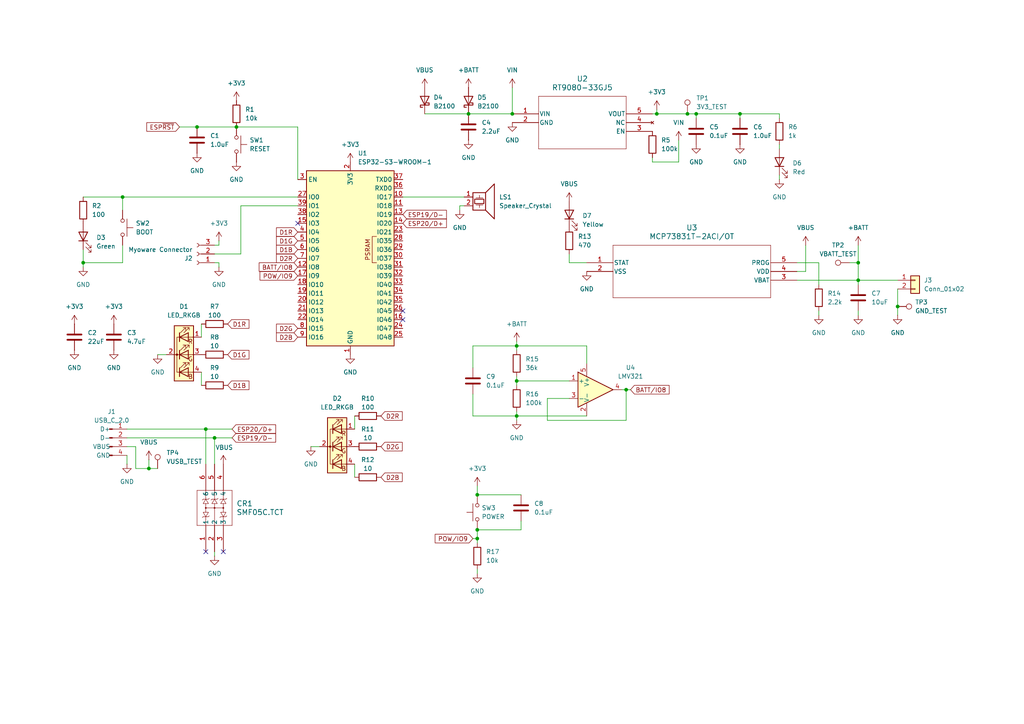
<source format=kicad_sch>
(kicad_sch (version 20250114) (generator "eeschema") (generator_version "9.0")
  (paper "A4")
  (title_block (title "micro_bat_PCB") (date "2025-04-16") (rev "0.1"))
  (lib_symbols
    (symbol "2025-05-07_10-35-02:RT9080-33GJ5" (pin_names (offset 0.254))
      (property "Reference" "U" (at 20.32 10.16 0))
      (property "Value" "RT9080-33GJ5" (at 20.32 7.62 0))
      (symbol "RT9080-33GJ5_0_1"
        (pin power_in line (at 0 0 0) (length 7.62) (name "VIN") (number "1"))
        (pin power_out line (at 0 -2.54 0) (length 7.62) (name "GND") (number "2"))
        (pin output line (at 40.64 0 180) (length 7.62) (name "VOUT") (number "5"))
        (pin no_connect line (at 40.64 -2.54 180) (length 7.62) (name "NC") (number "4"))
        (pin input line (at 40.64 -5.08 180) (length 7.62) (name "EN") (number "3"))
      )
    )
    (symbol "Amplifier_Operational:LMV321" (pin_names (offset 0.127))
      (property "Reference" "U" (at 0 5.08 0))
      (property "Value" "LMV321" (at 0 -5.08 0))
      (symbol "LMV321_0_1"
        (pin power_in line (at -2.54 7.62 270) (length 3.81) (name "V+") (number "5"))
        (pin power_in line (at -2.54 -7.62 90) (length 3.81) (name "V-") (number "2"))
      )
      (symbol "LMV321_1_1"
        (pin input line (at -7.62 2.54 0) (length 2.54) (name "+") (number "1"))
        (pin input line (at -7.62 -2.54 0) (length 2.54) (name "-") (number "3"))
        (pin output line (at 7.62 0 180) (length 2.54) (name "~") (number "4"))
      )
    )
    (symbol "Connector:Conn_01x03_Socket" (pin_names (offset 1.016) (hide yes))
      (property "Reference" "J" (at 0 5.08 0))
      (property "Value" "Conn_01x03_Socket" (at 0 -5.08 0))
      (symbol "Conn_01x03_Socket_1_1"
        (pin passive line (at -5.08 2.54 0) (length 3.81) (name "Pin_1") (number "1"))
        (pin passive line (at -5.08 0 0) (length 3.81) (name "Pin_2") (number "2"))
        (pin passive line (at -5.08 -2.54 0) (length 3.81) (name "Pin_3") (number "3"))
      )
    )
    (symbol "Connector:Conn_01x04_Pin" (pin_names (offset 1.016))
      (property "Reference" "J4" (at 0.635 7.62 0))
      (property "Value" "USB_C_2.0" (at 0.635 5.08 0))
      (symbol "Conn_01x04_Pin_1_1"
        (pin passive line (at 5.08 2.54 180) (length 3.81) (name "D+") (number "1"))
        (pin passive line (at 5.08 0 180) (length 3.81) (name "D-") (number "2"))
        (pin passive line (at 5.08 -2.54 180) (length 3.81) (name "VBUS") (number "3"))
        (pin passive line (at 5.08 -5.08 180) (length 3.81) (name "GND") (number "4"))
      )
    )
    (symbol "Connector:TestPoint" (pin_numbers (hide yes)) (pin_names (offset 0.762) (hide yes))
      (property "Reference" "TP" (at 0 6.858 0))
      (property "Value" "TestPoint" (at 0 5.08 0))
      (symbol "TestPoint_1_1"
        (pin passive line (at 0 0 90) (length 2.54) (name "1") (number "1"))
      )
    )
    (symbol "Connector_Generic:Conn_01x02" (pin_names (offset 1.016) (hide yes))
      (property "Reference" "J" (at 0 2.54 0))
      (property "Value" "Conn_01x02" (at 0 -5.08 0))
      (symbol "Conn_01x02_1_1"
        (pin passive line (at -5.08 0 0) (length 3.81) (name "Pin_1") (number "1"))
        (pin passive line (at -5.08 -2.54 0) (length 3.81) (name "Pin_2") (number "2"))
      )
    )
    (symbol "Device:C" (pin_numbers (hide yes)) (pin_names (offset 0.254))
      (property "Reference" "C" (at 0.635 2.54 0))
      (property "Value" "C" (at 0.635 -2.54 0))
      (symbol "C_1_1"
        (pin passive line (at 0 3.81 270) (length 2.794) (name "~") (number "1"))
        (pin passive line (at 0 -3.81 90) (length 2.794) (name "~") (number "2"))
      )
    )
    (symbol "Device:D_Schottky" (pin_numbers (hide yes)) (pin_names (offset 1.016) (hide yes))
      (property "Reference" "D" (at 0 2.54 0))
      (property "Value" "D_Schottky" (at 0 -2.54 0))
      (symbol "D_Schottky_1_1"
        (pin passive line (at -3.81 0 0) (length 2.54) (name "K") (number "1"))
        (pin passive line (at 3.81 0 180) (length 2.54) (name "A") (number "2"))
      )
    )
    (symbol "Device:LED" (pin_numbers (hide yes)) (pin_names (offset 1.016) (hide yes))
      (property "Reference" "D" (at 0 2.54 0))
      (property "Value" "LED" (at 0 -2.54 0))
      (symbol "LED_1_1"
        (pin passive line (at -3.81 0 0) (length 2.54) (name "K") (number "1"))
        (pin passive line (at 3.81 0 180) (length 2.54) (name "A") (number "2"))
      )
    )
    (symbol "Device:LED_RKGB" (pin_names (offset 0) (hide yes))
      (property "Reference" "D" (at 0 9.398 0))
      (property "Value" "LED_RKGB" (at 0 -8.89 0))
      (symbol "LED_RKGB_0_0"
        (text "R" (at 1.905 3.81 0) (effects (font (size 1.27 1.27))))
        (text "G" (at 1.905 -1.27 0) (effects (font (size 1.27 1.27))))
        (text "B" (at 1.905 -6.35 0) (effects (font (size 1.27 1.27))))
      )
      (symbol "LED_RKGB_1_1"
        (pin passive line (at -5.08 0 0) (length 2.54) (name "K") (number "2"))
        (pin passive line (at 5.08 5.08 180) (length 2.54) (name "RA") (number "1"))
        (pin passive line (at 5.08 0 180) (length 2.54) (name "GA") (number "3"))
        (pin passive line (at 5.08 -5.08 180) (length 2.54) (name "BA") (number "4"))
      )
    )
    (symbol "Device:R" (pin_numbers (hide yes)) (pin_names (offset 0))
      (property "Reference" "R" (at 2.032 0 90))
      (property "Value" "R" (at 0 0 90))
      (symbol "R_1_1"
        (pin passive line (at 0 3.81 270) (length 1.27) (name "~") (number "1"))
        (pin passive line (at 0 -3.81 90) (length 1.27) (name "~") (number "2"))
      )
    )
    (symbol "Device:Speaker_Crystal" (pin_names (offset 0) (hide yes))
      (property "Reference" "LS" (at 0.635 5.715 0))
      (property "Value" "Speaker_Crystal" (at 0.635 3.81 0))
      (symbol "Speaker_Crystal_1_1"
        (pin input line (at -5.08 0 0) (length 2.54) (name "1") (number "1"))
        (pin input line (at -5.08 -2.54 0) (length 2.54) (name "2") (number "2"))
      )
    )
    (symbol "LED_1" (pin_numbers (hide yes)) (pin_names (offset 1.016) (hide yes))
      (property "Reference" "D" (at 0 2.54 0))
      (property "Value" "LED" (at 0 -2.54 0))
      (symbol "LED_1_1_1"
        (pin passive line (at -3.81 0 0) (length 2.54) (name "K") (number "1"))
        (pin passive line (at 3.81 0 180) (length 2.54) (name "A") (number "2"))
      )
    )
    (symbol "LED_2" (pin_numbers (hide yes)) (pin_names (offset 1.016) (hide yes))
      (property "Reference" "D" (at 0 2.54 0))
      (property "Value" "LED" (at 0 -2.54 0))
      (symbol "LED_2_1_1"
        (pin passive line (at -3.81 0 0) (length 2.54) (name "K") (number "1"))
        (pin passive line (at 3.81 0 180) (length 2.54) (name "A") (number "2"))
      )
    )
    (symbol "MCP73831:MCP73831T-2ACI_OT" (pin_names (offset 0.254))
      (property "Reference" "U" (at 30.48 10.16 0))
      (property "Value" "MCP73831T-2ACI/OT" (at 30.48 7.62 0))
      (symbol "MCP73831T-2ACI_OT_0_1"
        (pin unspecified line (at 0 0 0) (length 7.62) (name "STAT") (number "1"))
        (pin unspecified line (at 0 -2.54 0) (length 7.62) (name "VSS") (number "2"))
        (pin unspecified line (at 60.96 0 180) (length 7.62) (name "PROG") (number "5"))
        (pin unspecified line (at 60.96 -2.54 180) (length 7.62) (name "VDD") (number "4"))
        (pin unspecified line (at 60.96 -5.08 180) (length 7.62) (name "VBAT") (number "3"))
      )
    )
    (symbol "RF_Module:ESP32-S3-WROOM-1"
      (property "Reference" "U" (at -12.7 26.67 0))
      (property "Value" "ESP32-S3-WROOM-1" (at 12.7 26.67 0))
      (symbol "ESP32-S3-WROOM-1_0_0"
        (text "PSRAM" (at 5.08 2.54 900) (effects (font (size 1.27 1.27))))
      )
      (symbol "ESP32-S3-WROOM-1_1_1"
        (pin input line (at -15.24 22.86 0) (length 2.54) (name "EN") (number "3"))
        (pin bidirectional line (at -15.24 17.78 0) (length 2.54) (name "IO0") (number "27"))
        (pin bidirectional line (at -15.24 15.24 0) (length 2.54) (name "IO1") (number "39"))
        (pin bidirectional line (at -15.24 12.7 0) (length 2.54) (name "IO2") (number "38"))
        (pin bidirectional line (at -15.24 10.16 0) (length 2.54) (name "IO3") (number "15"))
        (pin bidirectional line (at -15.24 7.62 0) (length 2.54) (name "IO4") (number "4"))
        (pin bidirectional line (at -15.24 5.08 0) (length 2.54) (name "IO5") (number "5"))
        (pin bidirectional line (at -15.24 2.54 0) (length 2.54) (name "IO6") (number "6"))
        (pin bidirectional line (at -15.24 0 0) (length 2.54) (name "IO7") (number "7"))
        (pin bidirectional line (at -15.24 -2.54 0) (length 2.54) (name "IO8") (number "12"))
        (pin bidirectional line (at -15.24 -5.08 0) (length 2.54) (name "IO9") (number "17"))
        (pin bidirectional line (at -15.24 -7.62 0) (length 2.54) (name "IO10") (number "18"))
        (pin bidirectional line (at -15.24 -10.16 0) (length 2.54) (name "IO11") (number "19"))
        (pin bidirectional line (at -15.24 -12.7 0) (length 2.54) (name "IO12") (number "20"))
        (pin bidirectional line (at -15.24 -15.24 0) (length 2.54) (name "IO13") (number "21"))
        (pin bidirectional line (at -15.24 -17.78 0) (length 2.54) (name "IO14") (number "22"))
        (pin bidirectional line (at -15.24 -20.32 0) (length 2.54) (name "IO15") (number "8"))
        (pin bidirectional line (at -15.24 -22.86 0) (length 2.54) (name "IO16") (number "9"))
        (pin power_in line (at 0 27.94 270) (length 2.54) (name "3V3") (number "2"))
        (pin power_in line (at 0 -27.94 90) (length 2.54) (name "GND") (number "1"))
        (pin passive line (at 0 -27.94 90) (length 2.54) (hide yes) (name "GND") (number "40"))
        (pin passive line (at 0 -27.94 90) (length 2.54) (hide yes) (name "GND") (number "41"))
        (pin bidirectional line (at 15.24 22.86 180) (length 2.54) (name "TXD0") (number "37"))
        (pin bidirectional line (at 15.24 20.32 180) (length 2.54) (name "RXD0") (number "36"))
        (pin bidirectional line (at 15.24 17.78 180) (length 2.54) (name "IO17") (number "10"))
        (pin bidirectional line (at 15.24 15.24 180) (length 2.54) (name "IO18") (number "11"))
        (pin bidirectional line (at 15.24 12.7 180) (length 2.54) (name "IO19") (number "13"))
        (pin bidirectional line (at 15.24 10.16 180) (length 2.54) (name "IO20") (number "14"))
        (pin bidirectional line (at 15.24 7.62 180) (length 2.54) (name "IO21") (number "23"))
        (pin bidirectional line (at 15.24 5.08 180) (length 2.54) (name "IO35") (number "28"))
        (pin bidirectional line (at 15.24 2.54 180) (length 2.54) (name "IO36") (number "29"))
        (pin bidirectional line (at 15.24 0 180) (length 2.54) (name "IO37") (number "30"))
        (pin bidirectional line (at 15.24 -2.54 180) (length 2.54) (name "IO38") (number "31"))
        (pin bidirectional line (at 15.24 -5.08 180) (length 2.54) (name "IO39") (number "32"))
        (pin bidirectional line (at 15.24 -7.62 180) (length 2.54) (name "IO40") (number "33"))
        (pin bidirectional line (at 15.24 -10.16 180) (length 2.54) (name "IO41") (number "34"))
        (pin bidirectional line (at 15.24 -12.7 180) (length 2.54) (name "IO42") (number "35"))
        (pin bidirectional line (at 15.24 -15.24 180) (length 2.54) (name "IO45") (number "26"))
        (pin bidirectional line (at 15.24 -17.78 180) (length 2.54) (name "IO46") (number "16"))
        (pin bidirectional line (at 15.24 -20.32 180) (length 2.54) (name "IO47") (number "24"))
        (pin bidirectional line (at 15.24 -22.86 180) (length 2.54) (name "IO48") (number "25"))
      )
    )
    (symbol "SMF05C:SMF05C.TCT" (pin_names (offset 0.254))
      (property "Reference" "CR" (at 12.7 7.62 0))
      (property "Value" "SMF05C.TCT" (at 12.7 5.08 0))
      (symbol "SMF05C.TCT_0_1"
        (pin unspecified line (at 0 0 0) (length 7.62) (name "1") (number "1"))
        (pin unspecified line (at 0 -2.54 0) (length 7.62) (name "2") (number "2"))
        (pin unspecified line (at 0 -5.08 0) (length 7.62) (name "3") (number "3"))
        (pin unspecified line (at 25.4 0 180) (length 7.62) (name "6") (number "6"))
        (pin unspecified line (at 25.4 -2.54 180) (length 7.62) (name "5") (number "5"))
        (pin unspecified line (at 25.4 -5.08 180) (length 7.62) (name "4") (number "4"))
      )
    )
    (symbol "Switch:SW_Push" (pin_numbers (hide yes)) (pin_names (offset 1.016) (hide yes))
      (property "Reference" "SW" (at 1.27 2.54 0))
      (property "Value" "SW_Push" (at 0 -1.524 0))
      (symbol "SW_Push_0_1"
        (pin passive line (at -5.08 0 0) (length 2.54) (name "1") (number "1"))
        (pin passive line (at 5.08 0 180) (length 2.54) (name "2") (number "2"))
      )
    )
    (symbol "power:+3V3" (power) (pin_numbers (hide yes)) (pin_names (offset 0) (hide yes))
      (property "Value" "+3V3" (at 0 3.556 0))
      (symbol "+3V3_1_1"
        (pin power_in line (at 0 0 90) (length 0) (name "~") (number "1"))
      )
    )
    (symbol "power:+BATT" (power) (pin_numbers (hide yes)) (pin_names (offset 0) (hide yes))
      (property "Value" "+BATT" (at 0 3.556 0))
      (symbol "+BATT_1_1"
        (pin power_in line (at 0 0 90) (length 0) (name "~") (number "1"))
      )
    )
    (symbol "power:GND" (power) (pin_numbers (hide yes)) (pin_names (offset 0) (hide yes))
      (property "Value" "GND" (at 0 -3.81 0))
      (symbol "GND_1_1"
        (pin power_in line (at 0 0 270) (length 0) (name "~") (number "1"))
      )
    )
    (symbol "power:VBUS" (power) (pin_numbers (hide yes)) (pin_names (offset 0) (hide yes))
      (property "Value" "VBUS" (at 0 3.556 0))
      (symbol "VBUS_1_1"
        (pin power_in line (at 0 0 90) (length 0) (name "~") (number "1"))
      )
    )
    (symbol "power:VDC" (power) (pin_numbers (hide yes)) (pin_names (offset 0) (hide yes))
      (property "Value" "VDC" (at 0 3.556 0))
      (symbol "VDC_1_1"
        (pin power_in line (at 0 0 90) (length 0) (name "~") (number "1"))
      )
    )
  )
  (junction (at 260.35 88.9))
  (junction (at 135.89 33.02))
  (junction (at 149.86 100.33))
  (junction (at 148.59 33.02))
  (junction (at 138.43 153.67))
  (junction (at 201.93 33.02))
  (junction (at 138.43 143.51))
  (junction (at 59.69 124.46))
  (junction (at 190.5 33.02))
  (junction (at 149.86 110.49))
  (junction (at 24.13 76.2))
  (junction (at 248.92 76.2))
  (junction (at 181.61 113.03))
  (junction (at 57.15 36.83))
  (junction (at 149.86 120.65))
  (junction (at 68.58 36.83))
  (junction (at 62.23 127))
  (junction (at 199.39 33.02))
  (junction (at 35.56 57.15))
  (junction (at 138.43 156.21))
  (junction (at 248.92 81.28))
  (junction (at 214.63 33.02))
  (junction (at 43.18 135.89))
  (no_connect (at 116.84 90.17))
  (no_connect (at 59.69 160.02))
  (no_connect (at 64.77 160.02))
  (no_connect (at 86.36 64.77))
  (no_connect (at 116.84 92.71))
  (wire (pts (xy 189.23 46.99) (xy 196.85 46.99)))
  (wire (pts (xy 151.13 143.51) (xy 138.43 143.51)))
  (wire (pts (xy 36.83 129.54) (xy 39.37 129.54)))
  (wire (pts (xy 86.36 36.83) (xy 86.36 52.07)))
  (wire (pts (xy 69.85 59.69) (xy 86.36 59.69)))
  (wire (pts (xy 170.18 105.41) (xy 170.18 100.33)))
  (wire (pts (xy 231.14 78.74) (xy 233.68 78.74)))
  (wire (pts (xy 226.06 43.18) (xy 226.06 41.91)))
  (wire (pts (xy 24.13 57.15) (xy 35.56 57.15)))
  (wire (pts (xy 189.23 45.72) (xy 189.23 46.99)))
  (wire (pts (xy 165.1 73.66) (xy 165.1 76.2)))
  (wire (pts (xy 149.86 99.06) (xy 149.86 100.33)))
  (wire (pts (xy 248.92 81.28) (xy 231.14 81.28)))
  (wire (pts (xy 246.38 76.2) (xy 248.92 76.2)))
  (wire (pts (xy 58.42 111.76) (xy 58.42 107.95)))
  (wire (pts (xy 35.56 57.15) (xy 86.36 57.15)))
  (wire (pts (xy 35.56 71.12) (xy 35.56 76.2)))
  (wire (pts (xy 36.83 134.62) (xy 36.83 132.08)))
  (wire (pts (xy 149.86 109.22) (xy 149.86 110.49)))
  (wire (pts (xy 39.37 135.89) (xy 43.18 135.89)))
  (wire (pts (xy 59.69 124.46) (xy 67.31 124.46)))
  (wire (pts (xy 36.83 124.46) (xy 59.69 124.46)))
  (wire (pts (xy 92.71 129.54) (xy 90.17 129.54)))
  (wire (pts (xy 39.37 129.54) (xy 39.37 135.89)))
  (wire (pts (xy 45.72 135.89) (xy 43.18 135.89)))
  (wire (pts (xy 237.49 76.2) (xy 231.14 76.2)))
  (wire (pts (xy 59.69 124.46) (xy 59.69 134.62)))
  (wire (pts (xy 237.49 82.55) (xy 237.49 76.2)))
  (wire (pts (xy 149.86 110.49) (xy 165.1 110.49)))
  (wire (pts (xy 138.43 153.67) (xy 138.43 156.21)))
  (wire (pts (xy 248.92 76.2) (xy 248.92 81.28)))
  (wire (pts (xy 24.13 72.39) (xy 24.13 76.2)))
  (wire (pts (xy 248.92 71.12) (xy 248.92 76.2)))
  (wire (pts (xy 148.59 25.4) (xy 148.59 33.02)))
  (wire (pts (xy 102.87 120.65) (xy 102.87 124.46)))
  (wire (pts (xy 199.39 33.02) (xy 201.93 33.02)))
  (wire (pts (xy 138.43 166.37) (xy 138.43 165.1)))
  (wire (pts (xy 43.18 133.35) (xy 43.18 135.89)))
  (wire (pts (xy 69.85 73.66) (xy 69.85 59.69)))
  (wire (pts (xy 137.16 114.3) (xy 137.16 120.65)))
  (wire (pts (xy 62.23 160.02) (xy 62.23 161.29)))
  (wire (pts (xy 63.5 71.12) (xy 63.5 69.85)))
  (wire (pts (xy 165.1 115.57) (xy 158.75 115.57)))
  (wire (pts (xy 180.34 113.03) (xy 181.61 113.03)))
  (wire (pts (xy 158.75 121.92) (xy 181.61 121.92)))
  (wire (pts (xy 237.49 90.17) (xy 237.49 91.44)))
  (wire (pts (xy 138.43 156.21) (xy 138.43 157.48)))
  (wire (pts (xy 134.62 59.69) (xy 133.35 59.69)))
  (wire (pts (xy 149.86 119.38) (xy 149.86 120.65)))
  (wire (pts (xy 151.13 151.13) (xy 151.13 153.67)))
  (wire (pts (xy 62.23 127) (xy 62.23 134.62)))
  (wire (pts (xy 201.93 33.02) (xy 214.63 33.02)))
  (wire (pts (xy 260.35 88.9) (xy 260.35 83.82)))
  (wire (pts (xy 214.63 33.02) (xy 214.63 34.29)))
  (wire (pts (xy 248.92 90.17) (xy 248.92 91.44)))
  (wire (pts (xy 226.06 34.29) (xy 226.06 33.02)))
  (wire (pts (xy 62.23 73.66) (xy 69.85 73.66)))
  (wire (pts (xy 190.5 31.75) (xy 190.5 33.02)))
  (wire (pts (xy 24.13 76.2) (xy 35.56 76.2)))
  (wire (pts (xy 35.56 57.15) (xy 35.56 60.96)))
  (wire (pts (xy 233.68 78.74) (xy 233.68 71.12)))
  (wire (pts (xy 63.5 71.12) (xy 62.23 71.12)))
  (wire (pts (xy 248.92 82.55) (xy 248.92 81.28)))
  (wire (pts (xy 62.23 127) (xy 67.31 127)))
  (wire (pts (xy 24.13 76.2) (xy 24.13 77.47)))
  (wire (pts (xy 52.07 36.83) (xy 57.15 36.83)))
  (wire (pts (xy 149.86 120.65) (xy 170.18 120.65)))
  (wire (pts (xy 248.92 81.28) (xy 260.35 81.28)))
  (wire (pts (xy 48.26 102.87) (xy 45.72 102.87)))
  (wire (pts (xy 149.86 121.92) (xy 149.86 120.65)))
  (wire (pts (xy 102.87 138.43) (xy 102.87 134.62)))
  (wire (pts (xy 149.86 100.33) (xy 149.86 101.6)))
  (wire (pts (xy 148.59 33.02) (xy 135.89 33.02)))
  (wire (pts (xy 189.23 33.02) (xy 190.5 33.02)))
  (wire (pts (xy 116.84 57.15) (xy 134.62 57.15)))
  (wire (pts (xy 226.06 33.02) (xy 214.63 33.02)))
  (wire (pts (xy 63.5 77.47) (xy 63.5 76.2)))
  (wire (pts (xy 63.5 76.2) (xy 62.23 76.2)))
  (wire (pts (xy 158.75 115.57) (xy 158.75 121.92)))
  (wire (pts (xy 68.58 36.83) (xy 86.36 36.83)))
  (wire (pts (xy 190.5 33.02) (xy 199.39 33.02)))
  (wire (pts (xy 133.35 59.69) (xy 133.35 60.96)))
  (wire (pts (xy 260.35 91.44) (xy 260.35 88.9)))
  (wire (pts (xy 149.86 111.76) (xy 149.86 110.49)))
  (wire (pts (xy 196.85 40.64) (xy 196.85 46.99)))
  (wire (pts (xy 149.86 100.33) (xy 170.18 100.33)))
  (wire (pts (xy 151.13 153.67) (xy 138.43 153.67)))
  (wire (pts (xy 58.42 93.98) (xy 58.42 97.79)))
  (wire (pts (xy 201.93 33.02) (xy 201.93 34.29)))
  (wire (pts (xy 181.61 121.92) (xy 181.61 113.03)))
  (wire (pts (xy 226.06 50.8) (xy 226.06 52.07)))
  (wire (pts (xy 137.16 120.65) (xy 149.86 120.65)))
  (wire (pts (xy 57.15 36.83) (xy 68.58 36.83)))
  (wire (pts (xy 137.16 100.33) (xy 137.16 106.68)))
  (wire (pts (xy 181.61 113.03) (xy 182.88 113.03)))
  (wire (pts (xy 123.19 33.02) (xy 135.89 33.02)))
  (wire (pts (xy 36.83 127) (xy 62.23 127)))
  (wire (pts (xy 165.1 76.2) (xy 170.18 76.2)))
  (wire (pts (xy 138.43 140.97) (xy 138.43 143.51)))
  (wire (pts (xy 137.16 100.33) (xy 149.86 100.33)))
  (wire (pts (xy 138.43 156.21) (xy 137.16 156.21)))
  (global_label "D2B" (shape input) (at 110.49 138.43 0) (property "Intersheetrefs" "${INTERSHEET_REFS}" (effects (hide yes))))
  (global_label "D1B" (shape input) (at 86.36 72.39 180) (property "Intersheetrefs" "${INTERSHEET_REFS}" (effects (hide yes))))
  (global_label "D1R" (shape input) (at 86.36 67.31 180) (property "Intersheetrefs" "${INTERSHEET_REFS}" (effects (hide yes))))
  (global_label "D2B" (shape input) (at 86.36 97.79 180) (property "Intersheetrefs" "${INTERSHEET_REFS}" (effects (hide yes))))
  (global_label "ESP19{slash}D-" (shape input) (at 67.31 127 0) (property "Intersheetrefs" "${INTERSHEET_REFS}" (effects (hide yes))))
  (global_label "D1R" (shape input) (at 66.04 93.98 0) (property "Intersheetrefs" "${INTERSHEET_REFS}" (effects (hide yes))))
  (global_label "ESP~{RST}" (shape input) (at 52.07 36.83 180) (property "Intersheetrefs" "${INTERSHEET_REFS}" (effects (hide yes))))
  (global_label "ESP20{slash}D+" (shape input) (at 116.84 64.77 0) (property "Intersheetrefs" "${INTERSHEET_REFS}" (effects (hide yes))))
  (global_label "ESP20{slash}D+" (shape input) (at 67.31 124.46 0) (property "Intersheetrefs" "${INTERSHEET_REFS}" (effects (hide yes))))
  (global_label "D1B" (shape input) (at 66.04 111.76 0) (property "Intersheetrefs" "${INTERSHEET_REFS}" (effects (hide yes))))
  (global_label "D2R" (shape input) (at 86.36 74.93 180) (property "Intersheetrefs" "${INTERSHEET_REFS}" (effects (hide yes))))
  (global_label "ESP19{slash}D-" (shape input) (at 116.84 62.23 0) (property "Intersheetrefs" "${INTERSHEET_REFS}" (effects (hide yes))))
  (global_label "BATT{slash}IO8" (shape input) (at 86.36 77.47 180) (property "Intersheetrefs" "${INTERSHEET_REFS}" (effects (hide yes))))
  (global_label "D2G" (shape input) (at 86.36 95.25 180) (property "Intersheetrefs" "${INTERSHEET_REFS}" (effects (hide yes))))
  (global_label "POW{slash}IO9" (shape input) (at 137.16 156.21 180) (property "Intersheetrefs" "${INTERSHEET_REFS}" (effects (hide yes))))
  (global_label "D1G" (shape input) (at 66.04 102.87 0) (property "Intersheetrefs" "${INTERSHEET_REFS}" (effects (hide yes))))
  (global_label "D1G" (shape input) (at 86.36 69.85 180) (property "Intersheetrefs" "${INTERSHEET_REFS}" (effects (hide yes))))
  (global_label "D2R" (shape input) (at 110.49 120.65 0) (property "Intersheetrefs" "${INTERSHEET_REFS}" (effects (hide yes))))
  (global_label "D2G" (shape input) (at 110.49 129.54 0) (property "Intersheetrefs" "${INTERSHEET_REFS}" (effects (hide yes))))
  (global_label "BATT{slash}IO8" (shape input) (at 182.88 113.03 0) (property "Intersheetrefs" "${INTERSHEET_REFS}" (effects (hide yes))))
  (global_label "POW{slash}IO9" (shape input) (at 86.36 80.01 180) (property "Intersheetrefs" "${INTERSHEET_REFS}" (effects (hide yes))))
  (symbol (lib_id "Device:R") (at 106.68 120.65 90) (unit 1)
    (property "Reference" "R10" (at 106.68 115.57 90))
    (property "Value" "100" (at 106.68 118.11 90))
    (property "Footprint" "Resistor_SMD:R_0603_1608Metric_Pad0.98x0.95mm_HandSolder" (effects (hide yes)))
    (property "Description" "Resistor" (effects (hide yes)))
  )
  (symbol (lib_id "Connector:TestPoint") (at 199.39 33.02 0) (unit 1)
    (property "Reference" "TP1" (at 201.93 28.4479 0) (effects (justify left)))
    (property "Value" "3V3_TEST" (at 201.93 30.9879 0) (effects (justify left)))
    (property "Footprint" "TestPoint:TestPoint_THTPad_D2.0mm_Drill1.0mm" (effects (hide yes)))
    (property "Description" "test point" (effects (hide yes)))
  )
  (symbol (lib_id "Device:LED_RKGB") (at 53.34 102.87 0) (unit 1)
    (property "Reference" "D1" (at 53.34 88.9 0))
    (property "Value" "LED_RKGB" (at 53.34 91.44 0))
    (property "Footprint" "Connector_PinHeader_2.54mm:PinHeader_1x04_P2.54mm_Vertical" (effects (hide yes)))
    (property "Description" "RGB LED, red/cathode/green/blue" (effects (hide yes)))
  )
  (symbol (lib_id "MCP73831:MCP73831T-2ACI_OT") (at 170.18 76.2 0) (unit 1)
    (property "Reference" "U3" (at 200.66 66.04 0) (effects (font (size 1.524 1.524))))
    (property "Value" "MCP73831T-2ACI/OT" (at 200.66 68.58 0) (effects (font (size 1.524 1.524))))
    (property "Footprint" "MCP73831:SOT-23-5_MC_MCH" (effects (hide yes)))
    (property "Datasheet" "MCP73831T-2ACI/OT" (effects (hide yes)))
  )
  (symbol (lib_id "power:VDC") (at 148.59 25.4 0) (unit 1)
    (property "Reference" "#PWR021" (effects (hide yes)))
    (property "Value" "VIN" (at 148.59 20.32 0))
    (property "Description" "Power symbol creates a global label with name \"VDC\"" (effects (hide yes)))
  )
  (symbol (lib_id "Device:R") (at 237.49 86.36 0) (unit 1)
    (property "Reference" "R14" (at 240.03 85.0899 0) (effects (justify left)))
    (property "Value" "2.2k" (at 240.03 87.6299 0) (effects (justify left)))
    (property "Footprint" "Resistor_SMD:R_0603_1608Metric_Pad0.98x0.95mm_HandSolder" (effects (hide yes)))
    (property "Description" "Resistor" (effects (hide yes)))
  )
  (symbol (lib_id "Device:R") (at 165.1 69.85 0) (unit 1)
    (property "Reference" "R13" (at 167.64 68.5799 0) (effects (justify left)))
    (property "Value" "470" (at 167.64 71.1199 0) (effects (justify left)))
    (property "Footprint" "Resistor_SMD:R_0603_1608Metric_Pad0.98x0.95mm_HandSolder" (effects (hide yes)))
    (property "Description" "Resistor" (effects (hide yes)))
  )
  (symbol (lib_id "Device:LED_RKGB") (at 97.79 129.54 0) (unit 1)
    (property "Reference" "D2" (at 97.79 115.57 0))
    (property "Value" "LED_RKGB" (at 97.79 118.11 0))
    (property "Footprint" "Connector_PinHeader_2.54mm:PinHeader_1x04_P2.54mm_Vertical" (effects (hide yes)))
    (property "Description" "RGB LED, red/cathode/green/blue" (effects (hide yes)))
  )
  (symbol (lib_id "Device:C") (at 214.63 38.1 0) (unit 1)
    (property "Reference" "C6" (at 218.44 36.8299 0) (effects (justify left)))
    (property "Value" "1.0uF" (at 218.44 39.3699 0) (effects (justify left)))
    (property "Footprint" "Capacitor_SMD:C_0603_1608Metric_Pad1.08x0.95mm_HandSolder" (effects (hide yes)))
    (property "Description" "Unpolarized capacitor" (effects (hide yes)))
  )
  (symbol (lib_id "Switch:SW_Push") (at 35.56 66.04 270) (unit 1)
    (property "Reference" "SW2" (at 39.37 64.7699 90) (effects (justify left)))
    (property "Value" "BOOT" (at 39.37 67.3099 90) (effects (justify left)))
    (property "Footprint" "Button_Switch_SMD:SW_Push_1P1T_NO_CK_KSC6xxJ" (effects (hide yes)))
    (property "Description" "Push button switch, generic, two pins" (effects (hide yes)))
  )
  (symbol (lib_id "power:+3V3") (at 138.43 140.97 0) (unit 1)
    (property "Reference" "#PWR043" (effects (hide yes)))
    (property "Value" "+3V3" (at 138.43 135.89 0))
    (property "Description" "Power symbol creates a global label with name \"+3V3\"" (effects (hide yes)))
  )
  (symbol (lib_id "power:GND") (at 45.72 102.87 0) (unit 1)
    (property "Reference" "#PWR05" (effects (hide yes)))
    (property "Value" "GND" (at 45.72 107.95 0))
    (property "Description" "Power symbol creates a global label with name \"GND\" , ground" (effects (hide yes)))
  )
  (symbol (lib_id "Device:Speaker_Crystal") (at 139.7 57.15 0) (unit 1)
    (property "Reference" "LS1" (at 144.78 57.1499 0) (effects (justify left)))
    (property "Value" "Speaker_Crystal" (at 144.78 59.6899 0) (effects (justify left)))
    (property "Footprint" "LD-BZPN-1705:LDBZPN1705" (effects (hide yes)))
    (property "Description" "Crystal speaker/transducer" (effects (hide yes)))
  )
  (symbol (lib_id "power:+3V3") (at 21.59 93.98 0) (unit 1)
    (property "Reference" "#PWR013" (effects (hide yes)))
    (property "Value" "+3V3" (at 21.59 88.9 0))
    (property "Description" "Power symbol creates a global label with name \"+3V3\"" (effects (hide yes)))
  )
  (symbol (lib_id "power:VBUS") (at 165.1 58.42 0) (unit 1)
    (property "Reference" "#PWR034" (effects (hide yes)))
    (property "Value" "VBUS" (at 165.1 53.34 0))
    (property "Description" "Power symbol creates a global label with name \"VBUS\"" (effects (hide yes)))
  )
  (symbol (lib_id "Device:R") (at 106.68 129.54 270) (unit 1)
    (property "Reference" "R11" (at 106.68 124.46 90))
    (property "Value" "10" (at 106.68 127 90))
    (property "Footprint" "Resistor_SMD:R_0603_1608Metric_Pad0.98x0.95mm_HandSolder" (effects (hide yes)))
    (property "Description" "Resistor" (effects (hide yes)))
  )
  (symbol (lib_id "power:VBUS") (at 123.19 25.4 0) (unit 1)
    (property "Reference" "#PWR019" (effects (hide yes)))
    (property "Value" "VBUS" (at 123.19 20.32 0))
    (property "Description" "Power symbol creates a global label with name \"VBUS\"" (effects (hide yes)))
  )
  (symbol (lib_id "Device:C") (at 135.89 36.83 0) (unit 1)
    (property "Reference" "C4" (at 139.7 35.5599 0) (effects (justify left)))
    (property "Value" "2.2uF" (at 139.7 38.0999 0) (effects (justify left)))
    (property "Footprint" "Capacitor_THT:C_Radial_D5.0mm_H11.0mm_P2.00mm" (effects (hide yes)))
    (property "Description" "Unpolarized capacitor" (effects (hide yes)))
  )
  (symbol (lib_id "power:GND") (at 57.15 44.45 0) (unit 1)
    (property "Reference" "#PWR010" (effects (hide yes)))
    (property "Value" "GND" (at 57.15 49.53 0))
    (property "Description" "Power symbol creates a global label with name \"GND\" , ground" (effects (hide yes)))
  )
  (symbol (lib_id "Device:LED") (at 24.13 68.58 90) (unit 1)
    (property "Reference" "D3" (at 27.94 68.8974 90) (effects (justify right)))
    (property "Value" "Green" (at 27.94 71.4374 90) (effects (justify right)))
    (property "Footprint" "LED_SMD:LED_0805_2012Metric_Pad1.15x1.40mm_HandSolder" (effects (hide yes)))
    (property "Description" "Light emitting diode" (effects (hide yes)))
  )
  (symbol (lib_id "power:GND") (at 36.83 134.62 0) (unit 1)
    (property "Reference" "#PWR02" (effects (hide yes)))
    (property "Value" "GND" (at 36.83 139.7 0))
    (property "Description" "Power symbol creates a global label with name \"GND\" , ground" (effects (hide yes)))
  )
  (symbol (lib_id "Device:C") (at 151.13 147.32 0) (unit 1)
    (property "Reference" "C8" (at 154.94 146.0499 0) (effects (justify left)))
    (property "Value" "0.1uF" (at 154.94 148.5899 0) (effects (justify left)))
    (property "Footprint" "Capacitor_SMD:C_0603_1608Metric_Pad1.08x0.95mm_HandSolder" (effects (hide yes)))
    (property "Description" "Unpolarized capacitor" (effects (hide yes)))
  )
  (symbol (lib_id "power:GND") (at 226.06 52.07 0) (unit 1)
    (property "Reference" "#PWR028" (effects (hide yes)))
    (property "Value" "GND" (at 226.06 57.15 0))
    (property "Description" "Power symbol creates a global label with name \"GND\" , ground" (effects (hide yes)))
  )
  (symbol (lib_id "power:GND") (at 138.43 166.37 0) (unit 1)
    (property "Reference" "#PWR044" (effects (hide yes)))
    (property "Value" "GND" (at 138.43 171.45 0))
    (property "Description" "Power symbol creates a global label with name \"GND\" , ground" (effects (hide yes)))
  )
  (symbol (lib_id "Device:C") (at 201.93 38.1 0) (unit 1)
    (property "Reference" "C5" (at 205.74 36.8299 0) (effects (justify left)))
    (property "Value" "0.1uF" (at 205.74 39.3699 0) (effects (justify left)))
    (property "Footprint" "Capacitor_SMD:C_0603_1608Metric_Pad1.08x0.95mm_HandSolder" (effects (hide yes)))
    (property "Description" "Unpolarized capacitor" (effects (hide yes)))
  )
  (symbol (lib_id "Device:R") (at 62.23 102.87 270) (unit 1)
    (property "Reference" "R8" (at 62.23 97.79 90))
    (property "Value" "10" (at 62.23 100.33 90))
    (property "Footprint" "Resistor_SMD:R_0603_1608Metric_Pad0.98x0.95mm_HandSolder" (effects (hide yes)))
    (property "Description" "Resistor" (effects (hide yes)))
  )
  (symbol (lib_id "Device:R") (at 62.23 93.98 90) (unit 1)
    (property "Reference" "R7" (at 62.23 88.9 90))
    (property "Value" "100" (at 62.23 91.44 90))
    (property "Footprint" "Resistor_SMD:R_0603_1608Metric_Pad0.98x0.95mm_HandSolder" (effects (hide yes)))
    (property "Description" "Resistor" (effects (hide yes)))
  )
  (symbol (lib_id "power:GND") (at 214.63 41.91 0) (unit 1)
    (property "Reference" "#PWR027" (effects (hide yes)))
    (property "Value" "GND" (at 214.63 46.99 0))
    (property "Description" "Power symbol creates a global label with name \"GND\" , ground" (effects (hide yes)))
  )
  (symbol (lib_id "Connector:TestPoint") (at 246.38 76.2 90) (unit 1)
    (property "Reference" "TP2" (at 243.078 71.12 90))
    (property "Value" "VBATT_TEST" (at 243.078 73.66 90))
    (property "Footprint" "TestPoint:TestPoint_THTPad_D2.0mm_Drill1.0mm" (effects (hide yes)))
    (property "Description" "test point" (effects (hide yes)))
  )
  (symbol (lib_id "Connector:TestPoint") (at 45.72 135.89 0) (unit 1)
    (property "Reference" "TP4" (at 48.26 131.3179 0) (effects (justify left)))
    (property "Value" "VUSB_TEST" (at 48.26 133.8579 0) (effects (justify left)))
    (property "Footprint" "TestPoint:TestPoint_THTPad_D2.0mm_Drill1.0mm" (effects (hide yes)))
    (property "Description" "test point" (effects (hide yes)))
  )
  (symbol (lib_id "Switch:SW_Push") (at 138.43 148.59 90) (unit 1)
    (property "Reference" "SW3" (at 139.7 147.3199 90) (effects (justify right)))
    (property "Value" "POWER" (at 139.7 149.8599 90) (effects (justify right)))
    (property "Footprint" "Connector_PinHeader_2.54mm:PinHeader_1x02_P2.54mm_Vertical" (effects (hide yes)))
    (property "Description" "Push button switch, generic, two pins" (effects (hide yes)))
  )
  (symbol (lib_id "Device:R") (at 62.23 111.76 90) (unit 1)
    (property "Reference" "R9" (at 62.23 106.68 90))
    (property "Value" "10" (at 62.23 109.22 90))
    (property "Footprint" "Resistor_SMD:R_0603_1608Metric_Pad0.98x0.95mm_HandSolder" (effects (hide yes)))
    (property "Description" "Resistor" (effects (hide yes)))
  )
  (symbol (lib_id "Device:R") (at 149.86 105.41 0) (unit 1)
    (property "Reference" "R15" (at 152.4 104.1399 0) (effects (justify left)))
    (property "Value" "36k" (at 152.4 106.6799 0) (effects (justify left)))
    (property "Footprint" "Resistor_SMD:R_0603_1608Metric_Pad0.98x0.95mm_HandSolder" (effects (hide yes)))
    (property "Description" "Resistor" (effects (hide yes)))
  )
  (symbol (lib_id "Device:D_Schottky") (at 135.89 29.21 90) (unit 1)
    (property "Reference" "D5" (at 138.43 28.2574 90) (effects (justify right)))
    (property "Value" "B2100" (at 138.43 30.7974 90) (effects (justify right)))
    (property "Footprint" "Diode_SMD:D_SMB_Handsoldering" (effects (hide yes)))
    (property "Description" "Schottky diode" (effects (hide yes)))
  )
  (symbol (lib_id "power:GND") (at 68.58 46.99 0) (unit 1)
    (property "Reference" "#PWR09" (effects (hide yes)))
    (property "Value" "GND" (at 68.58 52.07 0))
    (property "Description" "Power symbol creates a global label with name \"GND\" , ground" (effects (hide yes)))
  )
  (symbol (lib_id "power:GND") (at 260.35 91.44 0) (unit 1)
    (property "Reference" "#PWR040" (effects (hide yes)))
    (property "Value" "GND" (at 260.35 96.52 0))
    (property "Description" "Power symbol creates a global label with name \"GND\" , ground" (effects (hide yes)))
  )
  (symbol (lib_id "power:GND") (at 237.49 91.44 0) (unit 1)
    (property "Reference" "#PWR036" (effects (hide yes)))
    (property "Value" "GND" (at 237.49 96.52 0))
    (property "Description" "Power symbol creates a global label with name \"GND\" , ground" (effects (hide yes)))
  )
  (symbol (lib_id "Device:C") (at 57.15 40.64 0) (unit 1)
    (property "Reference" "C1" (at 60.96 39.3699 0) (effects (justify left)))
    (property "Value" "1.0uF" (at 60.96 41.9099 0) (effects (justify left)))
    (property "Footprint" "Capacitor_SMD:C_0603_1608Metric_Pad1.08x0.95mm_HandSolder" (effects (hide yes)))
    (property "Description" "Unpolarized capacitor" (effects (hide yes)))
  )
  (symbol (lib_id "Device:R") (at 24.13 60.96 0) (unit 1)
    (property "Reference" "R2" (at 26.67 59.6899 0) (effects (justify left)))
    (property "Value" "100" (at 26.67 62.2299 0) (effects (justify left)))
    (property "Footprint" "Resistor_SMD:R_0603_1608Metric_Pad0.98x0.95mm_HandSolder" (effects (hide yes)))
    (property "Description" "Resistor" (effects (hide yes)))
  )
  (symbol (lib_id "Connector_Generic:Conn_01x02") (at 265.43 81.28 0) (unit 1)
    (property "Reference" "J3" (at 267.97 81.2799 0) (effects (justify left)))
    (property "Value" "Conn_01x02" (at 267.97 83.8199 0) (effects (justify left)))
    (property "Footprint" "Connector_JST:JST_PH_S2B-PH-SM4-TB_1x02-1MP_P2.00mm_Horizontal" (effects (hide yes)))
    (property "Description" "Generic connector, single row, 01x02, script generated (kicad-library-utils/schlib/autogen/connector/)" (effects (hide yes)))
  )
  (symbol (lib_id "power:+BATT") (at 248.92 71.12 0) (unit 1)
    (property "Reference" "#PWR038" (effects (hide yes)))
    (property "Value" "+BATT" (at 248.92 66.04 0))
    (property "Description" "Power symbol creates a global label with name \"+BATT\"" (effects (hide yes)))
  )
  (symbol (lib_id "power:GND") (at 24.13 77.47 0) (unit 1)
    (property "Reference" "#PWR04" (effects (hide yes)))
    (property "Value" "GND" (at 24.13 82.55 0))
    (property "Description" "Power symbol creates a global label with name \"GND\" , ground" (effects (hide yes)))
  )
  (symbol (lib_id "Device:R") (at 226.06 38.1 0) (unit 1)
    (property "Reference" "R6" (at 228.6 36.8299 0) (effects (justify left)))
    (property "Value" "1k" (at 228.6 39.3699 0) (effects (justify left)))
    (property "Footprint" "Resistor_SMD:R_0603_1608Metric_Pad0.98x0.95mm_HandSolder" (effects (hide yes)))
    (property "Description" "Resistor" (effects (hide yes)))
  )
  (symbol (lib_id "power:GND") (at 21.59 101.6 0) (unit 1)
    (property "Reference" "#PWR011" (effects (hide yes)))
    (property "Value" "GND" (at 21.59 106.68 0))
    (property "Description" "Power symbol creates a global label with name \"GND\" , ground" (effects (hide yes)))
  )
  (symbol (lib_id "power:VBUS") (at 64.77 134.62 0) (unit 1)
    (property "Reference" "#PWR033" (effects (hide yes)))
    (property "Value" "VBUS" (at 65.024 129.794 0))
    (property "Description" "Power symbol creates a global label with name \"VBUS\"" (effects (hide yes)))
  )
  (symbol (lib_id "Device:R") (at 189.23 41.91 0) (unit 1)
    (property "Reference" "R5" (at 191.77 40.6399 0) (effects (justify left)))
    (property "Value" "100k" (at 191.77 43.1799 0) (effects (justify left)))
    (property "Footprint" "Resistor_SMD:R_0603_1608Metric_Pad0.98x0.95mm_HandSolder" (effects (hide yes)))
    (property "Description" "Resistor" (effects (hide yes)))
  )
  (symbol (lib_id "RF_Module:ESP32-S3-WROOM-1") (at 101.6 74.93 0) (unit 1)
    (property "Reference" "U1" (at 103.7941 44.45 0) (effects (justify left)))
    (property "Value" "ESP32-S3-WROOM-1" (at 103.7941 46.99 0) (effects (justify left)))
    (property "Footprint" "RF_Module:ESP32-S3-WROOM-1" (effects (hide yes)))
    (property "Datasheet" "https://www.espressif.com/sites/default/files/documentation/esp32-s3-wroom-1_wroom-1u_datasheet_en.pdf" (effects (hide yes)))
    (property "Description" "RF Module, ESP32-S3 SoC, Wi-Fi 802.11b/g/n, Bluetooth, BLE, 32-bit, 3.3V, onboard antenna, SMD" (effects (hide yes)))
  )
  (symbol (lib_id "power:GND") (at 149.86 121.92 0) (unit 1)
    (property "Reference" "#PWR042" (effects (hide yes)))
    (property "Value" "GND" (at 149.86 127 0))
    (property "Description" "Power symbol creates a global label with name \"GND\" , ground" (effects (hide yes)))
  )
  (symbol (lib_id "SMF05C:SMF05C.TCT") (at 59.69 160.02 90) (unit 1)
    (property "Reference" "CR1" (at 68.58 146.0499 90) (effects (font (size 1.524 1.524)) (justify right)))
    (property "Value" "SMF05C.TCT" (at 68.58 148.5899 90) (effects (font (size 1.524 1.524)) (justify right)))
    (property "Footprint" "SMF05C:SC70-6L_SEM" (effects (hide yes)))
    (property "Datasheet" "SMF05C.TCT" (effects (hide yes)))
  )
  (symbol (lib_id "power:VDC") (at 196.85 40.64 0) (unit 1)
    (property "Reference" "#PWR024" (effects (hide yes)))
    (property "Value" "VIN" (at 196.85 35.56 0))
    (property "Description" "Power symbol creates a global label with name \"VDC\"" (effects (hide yes)))
  )
  (symbol (lib_name "LED_1") (lib_id "Device:LED") (at 226.06 46.99 90) (unit 1)
    (property "Reference" "D6" (at 229.87 47.3074 90) (effects (justify right)))
    (property "Value" "Red" (at 229.87 49.8474 90) (effects (justify right)))
    (property "Footprint" "LED_SMD:LED_0805_2012Metric_Pad1.15x1.40mm_HandSolder" (effects (hide yes)))
    (property "Description" "Light emitting diode" (effects (hide yes)))
    (property "Sim.Pins" "1=K 2=A" (effects (hide yes)))
  )
  (symbol (lib_id "Device:C") (at 248.92 86.36 0) (unit 1)
    (property "Reference" "C7" (at 252.73 85.0899 0) (effects (justify left)))
    (property "Value" "10uF" (at 252.73 87.6299 0) (effects (justify left)))
    (property "Footprint" "Capacitor_THT:C_Radial_D5.0mm_H11.0mm_P2.00mm" (effects (hide yes)))
    (property "Description" "Unpolarized capacitor" (effects (hide yes)))
  )
  (symbol (lib_id "power:GND") (at 133.35 60.96 0) (unit 1)
    (property "Reference" "#PWR029" (effects (hide yes)))
    (property "Value" "GND" (at 133.35 66.04 0))
    (property "Description" "Power symbol creates a global label with name \"GND\" , ground" (effects (hide yes)))
  )
  (symbol (lib_id "power:GND") (at 90.17 129.54 0) (unit 1)
    (property "Reference" "#PWR06" (effects (hide yes)))
    (property "Value" "GND" (at 90.17 134.62 0))
    (property "Description" "Power symbol creates a global label with name \"GND\" , ground" (effects (hide yes)))
  )
  (symbol (lib_id "Connector:TestPoint") (at 260.35 88.9 270) (unit 1)
    (property "Reference" "TP3" (at 265.43 87.6299 90) (effects (justify left)))
    (property "Value" "GND_TEST" (at 265.43 90.1699 90) (effects (justify left)))
    (property "Footprint" "TestPoint:TestPoint_THTPad_D2.0mm_Drill1.0mm" (effects (hide yes)))
    (property "Description" "test point" (effects (hide yes)))
  )
  (symbol (lib_id "power:+BATT") (at 135.89 25.4 0) (unit 1)
    (property "Reference" "#PWR020" (effects (hide yes)))
    (property "Value" "+BATT" (at 135.89 20.32 0))
    (property "Description" "Power symbol creates a global label with name \"+BATT\"" (effects (hide yes)))
  )
  (symbol (lib_id "power:GND") (at 248.92 91.44 0) (unit 1)
    (property "Reference" "#PWR039" (effects (hide yes)))
    (property "Value" "GND" (at 248.92 96.52 0))
    (property "Description" "Power symbol creates a global label with name \"GND\" , ground" (effects (hide yes)))
  )
  (symbol (lib_id "Connector:Conn_01x04_Pin") (at 31.75 127 0) (unit 1)
    (property "Reference" "J1" (at 32.385 119.38 0))
    (property "Value" "USB_C_2.0" (at 32.385 121.92 0))
    (property "Footprint" "Connector_PinHeader_2.54mm:PinHeader_1x04_P2.54mm_Vertical" (effects (hide yes)))
    (property "Description" "Generic connector, single row, 01x04, script generated" (effects (hide yes)))
  )
  (symbol (lib_id "power:+3V3") (at 33.02 93.98 0) (unit 1)
    (property "Reference" "#PWR014" (effects (hide yes)))
    (property "Value" "+3V3" (at 33.02 88.9 0))
    (property "Description" "Power symbol creates a global label with name \"+3V3\"" (effects (hide yes)))
  )
  (symbol (lib_id "Device:R") (at 149.86 115.57 0) (unit 1)
    (property "Reference" "R16" (at 152.4 114.2999 0) (effects (justify left)))
    (property "Value" "100k" (at 152.4 116.8399 0) (effects (justify left)))
    (property "Footprint" "Resistor_SMD:R_0603_1608Metric_Pad0.98x0.95mm_HandSolder" (effects (hide yes)))
    (property "Description" "Resistor" (effects (hide yes)))
  )
  (symbol (lib_id "2025-05-07_10-35-02:RT9080-33GJ5") (at 148.59 33.02 0) (unit 1)
    (property "Reference" "U2" (at 168.91 22.86 0) (effects (font (size 1.524 1.524))))
    (property "Value" "RT9080-33GJ5" (at 168.91 25.4 0) (effects (font (size 1.524 1.524))))
    (property "Footprint" "RT9080:TSOT-23-5_RIT" (effects (hide yes)))
    (property "Datasheet" "RT9080-33GJ5" (effects (hide yes)))
  )
  (symbol (lib_id "power:GND") (at 101.6 102.87 0) (unit 1)
    (property "Reference" "#PWR01" (effects (hide yes)))
    (property "Value" "GND" (at 101.6 107.95 0))
    (property "Description" "Power symbol creates a global label with name \"GND\" , ground" (effects (hide yes)))
  )
  (symbol (lib_id "power:VBUS") (at 43.18 133.35 0) (unit 1)
    (property "Reference" "#PWR017" (effects (hide yes)))
    (property "Value" "VBUS" (at 43.18 128.27 0))
    (property "Description" "Power symbol creates a global label with name \"VBUS\"" (effects (hide yes)))
  )
  (symbol (lib_id "power:GND") (at 33.02 101.6 0) (unit 1)
    (property "Reference" "#PWR012" (effects (hide yes)))
    (property "Value" "GND" (at 33.02 106.68 0))
    (property "Description" "Power symbol creates a global label with name \"GND\" , ground" (effects (hide yes)))
  )
  (symbol (lib_id "power:+3V3") (at 101.6 46.99 0) (unit 1)
    (property "Reference" "#PWR07" (effects (hide yes)))
    (property "Value" "+3V3" (at 101.6 41.91 0))
    (property "Description" "Power symbol creates a global label with name \"+3V3\"" (effects (hide yes)))
  )
  (symbol (lib_id "power:+3V3") (at 63.5 69.85 0) (unit 1)
    (property "Reference" "#PWR03" (effects (hide yes)))
    (property "Value" "+3V3" (at 63.5 64.77 0))
    (property "Description" "Power symbol creates a global label with name \"+3V3\"" (effects (hide yes)))
  )
  (symbol (lib_id "power:GND") (at 201.93 41.91 0) (unit 1)
    (property "Reference" "#PWR026" (effects (hide yes)))
    (property "Value" "GND" (at 201.93 46.99 0))
    (property "Description" "Power symbol creates a global label with name \"GND\" , ground" (effects (hide yes)))
  )
  (symbol (lib_id "Device:R") (at 106.68 138.43 90) (unit 1)
    (property "Reference" "R12" (at 106.68 133.35 90))
    (property "Value" "10" (at 106.68 135.89 90))
    (property "Footprint" "Resistor_SMD:R_0603_1608Metric_Pad0.98x0.95mm_HandSolder" (effects (hide yes)))
    (property "Description" "Resistor" (effects (hide yes)))
  )
  (symbol (lib_id "power:+3V3") (at 190.5 31.75 0) (unit 1)
    (property "Reference" "#PWR025" (effects (hide yes)))
    (property "Value" "+3V3" (at 190.5 26.67 0))
    (property "Description" "Power symbol creates a global label with name \"+3V3\"" (effects (hide yes)))
  )
  (symbol (lib_id "power:GND") (at 135.89 40.64 0) (unit 1)
    (property "Reference" "#PWR023" (effects (hide yes)))
    (property "Value" "GND" (at 135.89 45.72 0))
    (property "Description" "Power symbol creates a global label with name \"GND\" , ground" (effects (hide yes)))
  )
  (symbol (lib_id "power:GND") (at 170.18 78.74 0) (unit 1)
    (property "Reference" "#PWR035" (effects (hide yes)))
    (property "Value" "GND" (at 170.18 83.82 0))
    (property "Description" "Power symbol creates a global label with name \"GND\" , ground" (effects (hide yes)))
  )
  (symbol (lib_id "Device:C") (at 137.16 110.49 0) (unit 1)
    (property "Reference" "C9" (at 140.97 109.2199 0) (effects (justify left)))
    (property "Value" "0.1uF" (at 140.97 111.7599 0) (effects (justify left)))
    (property "Footprint" "Capacitor_SMD:C_0603_1608Metric_Pad1.08x0.95mm_HandSolder" (effects (hide yes)))
    (property "Description" "Unpolarized capacitor" (effects (hide yes)))
  )
  (symbol (lib_id "power:+BATT") (at 149.86 99.06 0) (unit 1)
    (property "Reference" "#PWR041" (effects (hide yes)))
    (property "Value" "+BATT" (at 149.86 93.98 0))
    (property "Description" "Power symbol creates a global label with name \"+BATT\"" (effects (hide yes)))
  )
  (symbol (lib_id "power:+3V3") (at 68.58 29.21 0) (unit 1)
    (property "Reference" "#PWR08" (effects (hide yes)))
    (property "Value" "+3V3" (at 68.58 24.13 0))
    (property "Description" "Power symbol creates a global label with name \"+3V3\"" (effects (hide yes)))
  )
  (symbol (lib_id "Device:C") (at 33.02 97.79 0) (unit 1)
    (property "Reference" "C3" (at 36.83 96.5199 0) (effects (justify left)))
    (property "Value" "4.7uF" (at 36.83 99.0599 0) (effects (justify left)))
    (property "Footprint" "Capacitor_THT:C_Radial_D5.0mm_H11.0mm_P2.00mm" (effects (hide yes)))
    (property "Description" "Unpolarized capacitor" (effects (hide yes)))
  )
  (symbol (lib_id "Amplifier_Operational:LMV321") (at 172.72 113.03 0) (unit 1)
    (property "Reference" "U4" (at 182.88 106.6098 0))
    (property "Value" "LMV321" (at 182.88 109.1498 0))
    (property "Footprint" "Package_TO_SOT_SMD:SOT-353_SC-70-5_Handsoldering" (effects (hide yes)))
    (property "Datasheet" "http://www.ti.com/lit/ds/symlink/lmv324.pdf" (effects (hide yes)))
    (property "Description" "Low-Voltage Rail-to-Rail Output Operational Amplifiers, SOT-23-5/SC-70-5" (effects (hide yes)))
  )
  (symbol (lib_id "Connector:Conn_01x03_Socket") (at 57.15 73.66 180) (unit 1)
    (property "Reference" "J2" (at 55.88 74.9301 0) (effects (justify left)))
    (property "Value" "Myoware Connector" (at 55.88 72.3901 0) (effects (justify left)))
    (property "Footprint" "Connector_PinHeader_2.54mm:PinHeader_1x03_P2.54mm_Vertical" (effects (hide yes)))
    (property "Description" "Generic connector, single row, 01x03, script generated" (effects (hide yes)))
  )
  (symbol (lib_id "Device:C") (at 21.59 97.79 0) (unit 1)
    (property "Reference" "C2" (at 25.4 96.5199 0) (effects (justify left)))
    (property "Value" "22uF" (at 25.4 99.0599 0) (effects (justify left)))
    (property "Footprint" "Capacitor_THT:C_Radial_D6.3mm_H7.0mm_P2.50mm" (effects (hide yes)))
    (property "Description" "Unpolarized capacitor" (effects (hide yes)))
  )
  (symbol (lib_id "power:GND") (at 148.59 35.56 0) (unit 1)
    (property "Reference" "#PWR022" (effects (hide yes)))
    (property "Value" "GND" (at 148.59 40.64 0))
    (property "Description" "Power symbol creates a global label with name \"GND\" , ground" (effects (hide yes)))
  )
  (symbol (lib_id "Device:D_Schottky") (at 123.19 29.21 90) (unit 1)
    (property "Reference" "D4" (at 125.73 28.2574 90) (effects (justify right)))
    (property "Value" "B2100" (at 125.73 30.7974 90) (effects (justify right)))
    (property "Footprint" "Diode_SMD:D_SMB_Handsoldering" (effects (hide yes)))
    (property "Description" "Schottky diode" (effects (hide yes)))
  )
  (symbol (lib_id "power:GND") (at 63.5 77.47 0) (unit 1)
    (property "Reference" "#PWR015" (effects (hide yes)))
    (property "Value" "GND" (at 63.5 82.55 0))
    (property "Description" "Power symbol creates a global label with name \"GND\" , ground" (effects (hide yes)))
  )
  (symbol (lib_id "Device:R") (at 68.58 33.02 0) (unit 1)
    (property "Reference" "R1" (at 71.12 31.7499 0) (effects (justify left)))
    (property "Value" "10k" (at 71.12 34.2899 0) (effects (justify left)))
    (property "Footprint" "Resistor_SMD:R_0603_1608Metric_Pad0.98x0.95mm_HandSolder" (effects (hide yes)))
    (property "Description" "Resistor" (effects (hide yes)))
  )
  (symbol (lib_id "Switch:SW_Push") (at 68.58 41.91 270) (unit 1)
    (property "Reference" "SW1" (at 72.39 40.6399 90) (effects (justify left)))
    (property "Value" "RESET" (at 72.39 43.1799 90) (effects (justify left)))
    (property "Footprint" "Button_Switch_SMD:SW_SPST_PTS647_Sx38" (effects (hide yes)))
    (property "Description" "Push button switch, generic, two pins" (effects (hide yes)))
  )
  (symbol (lib_id "power:GND") (at 62.23 161.29 0) (unit 1)
    (property "Reference" "#PWR032" (effects (hide yes)))
    (property "Value" "GND" (at 62.23 166.37 0))
    (property "Description" "Power symbol creates a global label with name \"GND\" , ground" (effects (hide yes)))
  )
  (symbol (lib_id "power:VBUS") (at 233.68 71.12 0) (unit 1)
    (property "Reference" "#PWR037" (effects (hide yes)))
    (property "Value" "VBUS" (at 233.68 66.04 0))
    (property "Description" "Power symbol creates a global label with name \"VBUS\"" (effects (hide yes)))
  )
  (symbol (lib_id "Device:R") (at 138.43 161.29 0) (unit 1)
    (property "Reference" "R17" (at 140.97 160.0199 0) (effects (justify left)))
    (property "Value" "10k" (at 140.97 162.5599 0) (effects (justify left)))
    (property "Footprint" "Resistor_SMD:R_0603_1608Metric_Pad0.98x0.95mm_HandSolder" (effects (hide yes)))
    (property "Description" "Resistor" (effects (hide yes)))
  )
  (symbol (lib_name "LED_2") (lib_id "Device:LED") (at 165.1 62.23 90) (unit 1)
    (property "Reference" "D7" (at 168.91 62.5474 90) (effects (justify right)))
    (property "Value" "Yellow" (at 168.91 65.0874 90) (effects (justify right)))
    (property "Footprint" "LED_SMD:LED_0805_2012Metric_Pad1.15x1.40mm_HandSolder" (effects (hide yes)))
    (property "Description" "Light emitting diode" (effects (hide yes)))
    (property "Sim.Pins" "1=K 2=A" (effects (hide yes)))
  )
)
</source>
